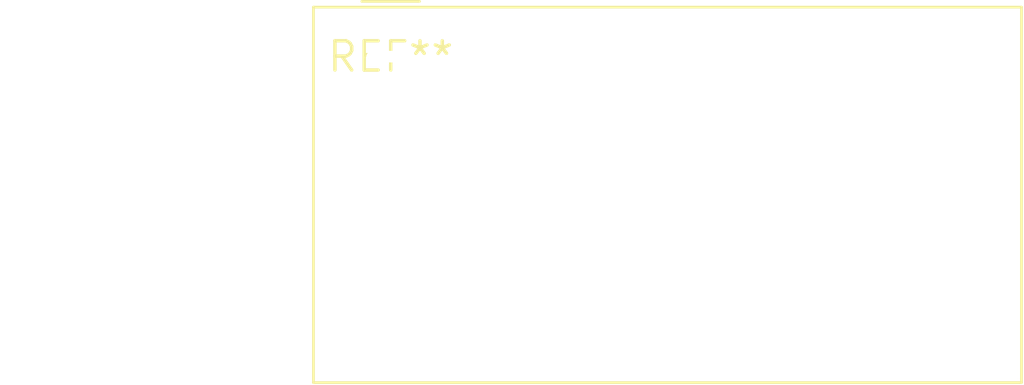
<source format=kicad_pcb>
(kicad_pcb (version 20240108) (generator pcbnew)
  (layers (0 "F.Cu" signal) (31 "B.Cu" signal) (34 "B.Paste" user) (35 "F.Paste" user) (36 "B.SilkS" user "B.Silkscreen") (37 "F.SilkS" user "F.Silkscreen") (38 "B.Mask" user) (39 "F.Mask" user) (44 "Edge.Cuts" user))
  (net 0 "")
  (footprint "Relay_SPST_Panasonic_ALFG_FormA" (layer "F.Cu") (at 0 0)
    (property "Reference" "REF**")
    (property "Value" "Relay_SPST_Panasonic_ALFG_FormA")
    (fp_line (start -3.35 -2.15) (end -3.35 14.15) (layer "F.SilkS") (stroke (width 0.12)))
    (fp_line (start -3.35 14.15) (end 27.35 14.15) (layer "F.SilkS") (stroke (width 0.12)))
    (fp_line (start -1.25 -2.4) (end 1.25 -2.4) (layer "F.SilkS") (stroke (width 0.12)))
    (fp_line (start 27.35 -2.15) (end -3.35 -2.15) (layer "F.SilkS") (stroke (width 0.12)))
    (fp_line (start 27.35 14.15) (end 27.35 -2.15) (layer "F.SilkS") (stroke (width 0.12)))
    (pad "11" thru_hole oval (at -1.8 12) (size 2.1 3.6) (drill oval 1.1 2.6) (layers *.Cu *.Mask) (remove_unused_layers))
    (pad "14" thru_hole oval (at 25.8 12) (size 2.1 3.6) (drill oval 1.1 2.6) (layers *.Cu *.Mask) (remove_unused_layers))
    (pad "A1" thru_hole roundrect (at 0 0) (size 3.1 1.5) (drill oval 2.1 0.5) (layers *.Cu *.Mask) (remove_unused_layers))
    (pad "A2" thru_hole oval (at 22 0) (size 3.1 1.5) (drill oval 2.1 0.5) (layers *.Cu *.Mask) (remove_unused_layers))
  )
)
</source>
